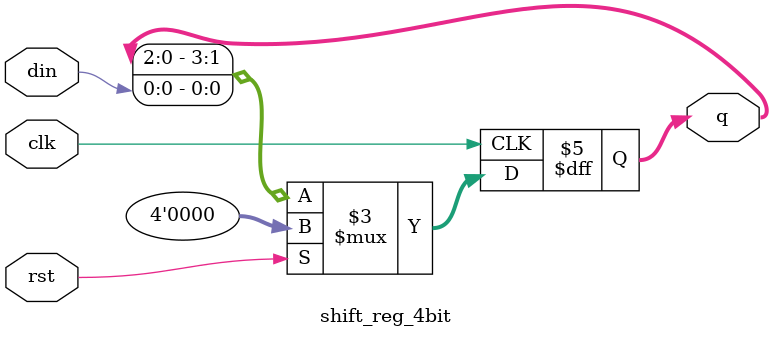
<source format=v>
module shift_reg_4bit (
    input  wire       clk,    // Clock
    input  wire       rst,    // Synchronous reset
    input  wire       din,    // Serial data input
    output reg  [3:0] q       // 4-bit shift register output
);

    always @(posedge clk) begin
        if (rst) begin
            q <= 4'b0000;              // Clear on reset
        end else begin
            q <= {q[2:0], din};        // Shift left, insert din
        end
    end

endmodule


</source>
